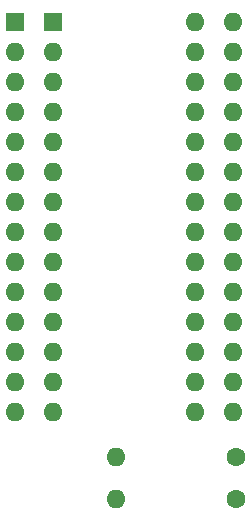
<source format=gbs>
%TF.GenerationSoftware,KiCad,Pcbnew,(5.1.8)-1*%
%TF.CreationDate,2021-04-08T15:32:03+02:00*%
%TF.ProjectId,C64 1541-II ROM Adapter,43363420-3135-4343-912d-494920524f4d,rev?*%
%TF.SameCoordinates,Original*%
%TF.FileFunction,Soldermask,Bot*%
%TF.FilePolarity,Negative*%
%FSLAX46Y46*%
G04 Gerber Fmt 4.6, Leading zero omitted, Abs format (unit mm)*
G04 Created by KiCad (PCBNEW (5.1.8)-1) date 2021-04-08 15:32:03*
%MOMM*%
%LPD*%
G01*
G04 APERTURE LIST*
%ADD10R,1.600000X1.600000*%
%ADD11O,1.600000X1.600000*%
%ADD12C,1.600000*%
G04 APERTURE END LIST*
D10*
%TO.C,A1*%
X102235000Y-62230000D03*
D11*
X117475000Y-95250000D03*
X102235000Y-64770000D03*
X117475000Y-92710000D03*
X102235000Y-67310000D03*
X117475000Y-90170000D03*
X102235000Y-69850000D03*
X117475000Y-87630000D03*
X102235000Y-72390000D03*
X117475000Y-85090000D03*
X102235000Y-74930000D03*
X117475000Y-82550000D03*
X102235000Y-77470000D03*
X117475000Y-80010000D03*
X102235000Y-80010000D03*
X117475000Y-77470000D03*
X102235000Y-82550000D03*
X117475000Y-74930000D03*
X102235000Y-85090000D03*
X117475000Y-72390000D03*
X102235000Y-87630000D03*
X117475000Y-69850000D03*
X102235000Y-90170000D03*
X117475000Y-67310000D03*
X102235000Y-92710000D03*
X117475000Y-64770000D03*
X102235000Y-95250000D03*
X117475000Y-62230000D03*
%TD*%
%TO.C,R1*%
X110744000Y-99060000D03*
D12*
X120904000Y-99060000D03*
%TD*%
%TO.C,R2*%
X120904000Y-102616000D03*
D11*
X110744000Y-102616000D03*
%TD*%
D10*
%TO.C,U1*%
X105410000Y-62230000D03*
D11*
X120650000Y-95250000D03*
X105410000Y-64770000D03*
X120650000Y-92710000D03*
X105410000Y-67310000D03*
X120650000Y-90170000D03*
X105410000Y-69850000D03*
X120650000Y-87630000D03*
X105410000Y-72390000D03*
X120650000Y-85090000D03*
X105410000Y-74930000D03*
X120650000Y-82550000D03*
X105410000Y-77470000D03*
X120650000Y-80010000D03*
X105410000Y-80010000D03*
X120650000Y-77470000D03*
X105410000Y-82550000D03*
X120650000Y-74930000D03*
X105410000Y-85090000D03*
X120650000Y-72390000D03*
X105410000Y-87630000D03*
X120650000Y-69850000D03*
X105410000Y-90170000D03*
X120650000Y-67310000D03*
X105410000Y-92710000D03*
X120650000Y-64770000D03*
X105410000Y-95250000D03*
X120650000Y-62230000D03*
%TD*%
M02*

</source>
